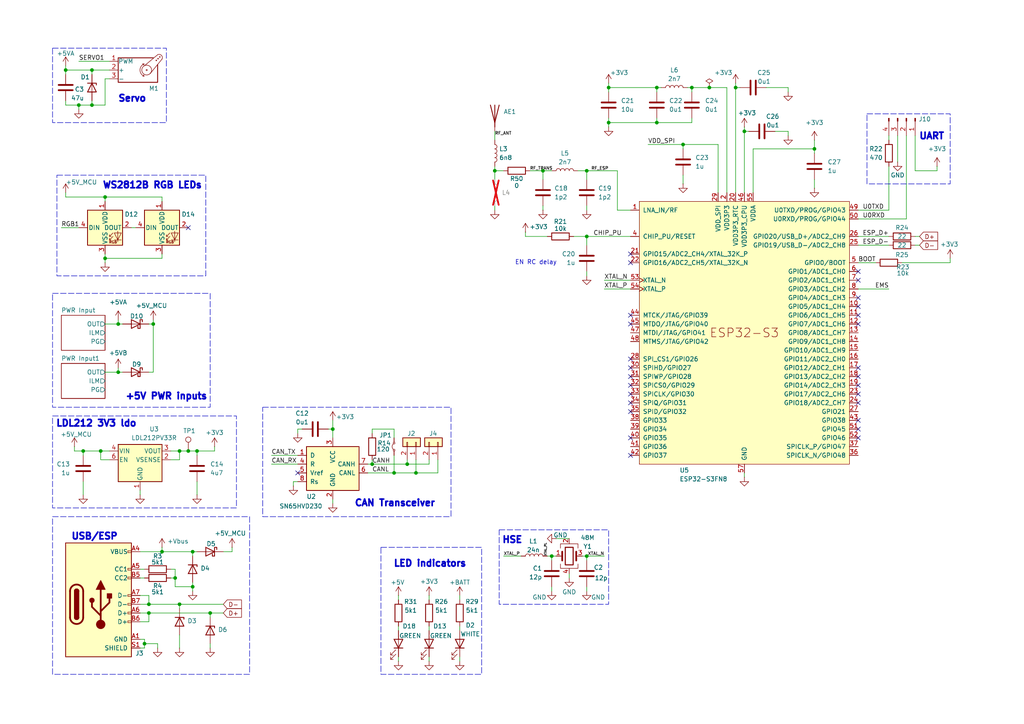
<source format=kicad_sch>
(kicad_sch (version 20250114) (generator "eeschema") (generator_version "9.0")
  (paper "A4")
  (rectangle (start 15.24 13.97) (end 48.26 35.56) (stroke (width 0) (type dash)))
  (rectangle (start 16.51 50.8) (end 59.69 80.01) (stroke (width 0) (type dash)))
  (rectangle (start 110.49 158.75) (end 139.7 195.58) (stroke (width 0) (type dash)))
  (rectangle (start 15.24 85.09) (end 60.96 118.11) (stroke (width 0) (type dash)))
  (rectangle (start 144.78 153.67) (end 176.53 175.26) (stroke (width 0) (type dash)))
  (rectangle (start 15.24 120.65) (end 68.58 147.32) (stroke (width 0) (type dash)))
  (rectangle (start 15.24 149.86) (end 72.39 195.58) (stroke (width 0) (type dash)))
  (rectangle (start 251.46 33.02) (end 275.59 53.34) (stroke (width 0) (type dash)))
  (rectangle (start 76.2 118.11) (end 130.81 149.86) (stroke (width 0) (type dash)))
  (text "WS2812B RGB LEDs" (at 44.196 53.848 0) (effects (font (size 1.905 1.905) (thickness 0.508) (bold yes))))
  (text "USB/ESP" (at 27.432 155.702 0) (effects (font (size 1.905 1.905) (thickness 0.508) (bold yes))))
  (text "CAN Transceiver" (at 114.554 146.05 0) (effects (font (size 1.905 1.905) (thickness 0.508) (bold yes))))
  (text "UART" (at 270.256 39.624 0) (effects (font (size 1.905 1.905) (thickness 0.508) (bold yes))))
  (text "LDL212 3V3 ldo" (at 27.94 122.936 0) (effects (font (size 1.905 1.905) (thickness 0.508) (bold yes))))
  (text "HSE" (at 148.59 156.718 0) (effects (font (size 1.905 1.905) (thickness 0.508) (bold yes))))
  (text "+5V PWR inputs" (at 48.26 115.062 0) (effects (font (size 1.905 1.905) (thickness 0.508) (bold yes))))
  (text "LED indicators" (at 124.714 163.576 0) (effects (font (size 1.905 1.905) (thickness 0.508) (bold yes))))
  (text "EN RC delay" (at 155.448 76.2 0) (effects (font (size 1.27 1.27))))
  (text "Servo" (at 38.354 28.702 0) (effects (font (size 1.905 1.905) (thickness 0.508) (bold yes))))
  (junction (at 26.67 20.32))
  (junction (at 190.5 25.4))
  (junction (at 190.5 35.56))
  (junction (at 118.11 134.62))
  (junction (at 120.65 137.16))
  (junction (at 143.51 49.53))
  (junction (at 160.02 161.29))
  (junction (at 44.45 93.98))
  (junction (at 26.67 30.48))
  (junction (at 57.15 130.81))
  (junction (at 96.52 124.46))
  (junction (at 107.95 134.62))
  (junction (at 114.3 137.16))
  (junction (at 198.12 41.91))
  (junction (at 170.18 161.29))
  (junction (at 46.99 160.02))
  (junction (at 19.05 20.32))
  (junction (at 22.86 30.48))
  (junction (at 200.66 25.4))
  (junction (at 43.18 177.8))
  (junction (at 52.07 130.81))
  (junction (at 60.96 177.8))
  (junction (at 176.53 25.4))
  (junction (at 236.22 43.18))
  (junction (at 54.61 130.81))
  (junction (at 170.18 49.53))
  (junction (at 52.07 175.26))
  (junction (at 34.29 93.98))
  (junction (at 30.48 74.93))
  (junction (at 55.88 170.18))
  (junction (at 213.36 25.4))
  (junction (at 29.21 130.81))
  (junction (at 41.91 186.69))
  (junction (at 34.29 107.95))
  (junction (at 205.74 25.4))
  (junction (at 55.88 160.02))
  (junction (at 157.48 49.53))
  (junction (at 24.13 130.81))
  (junction (at 50.8 167.64))
  (junction (at 30.48 57.15))
  (junction (at 170.18 68.58))
  (junction (at 43.18 175.26))
  (junction (at 215.9 38.1))
  (junction (at 176.53 35.56))
  (no_connect (at 182.88 109.22))
  (no_connect (at 248.92 86.36))
  (no_connect (at 248.92 111.76))
  (no_connect (at 248.92 91.44))
  (no_connect (at 248.92 116.84))
  (no_connect (at 182.88 114.3))
  (no_connect (at 248.92 81.28))
  (no_connect (at 182.88 119.38))
  (no_connect (at 182.88 111.76))
  (no_connect (at 54.61 66.04))
  (no_connect (at 248.92 78.74))
  (no_connect (at 248.92 121.92))
  (no_connect (at 248.92 127))
  (no_connect (at 182.88 132.08))
  (no_connect (at 248.92 124.46))
  (no_connect (at 182.88 104.14))
  (no_connect (at 248.92 88.9))
  (no_connect (at 248.92 109.22))
  (no_connect (at 248.92 114.3))
  (no_connect (at 182.88 106.68))
  (no_connect (at 182.88 93.98))
  (no_connect (at 182.88 76.2))
  (no_connect (at 182.88 91.44))
  (no_connect (at 182.88 127))
  (no_connect (at 182.88 116.84))
  (no_connect (at 182.88 73.66))
  (no_connect (at 248.92 93.98))
  (no_connect (at 86.36 137.16))
  (no_connect (at 248.92 106.68))
  (wire (pts (xy 133.35 172.72) (xy 133.35 173.99)))
  (wire (pts (xy 157.48 49.53) (xy 160.02 49.53)))
  (wire (pts (xy 133.35 182.88) (xy 133.35 181.61)))
  (wire (pts (xy 118.11 134.62) (xy 124.46 134.62)))
  (wire (pts (xy 50.8 170.18) (xy 55.88 170.18)))
  (wire (pts (xy 205.74 25.4) (xy 200.66 25.4)))
  (wire (pts (xy 96.52 124.46) (xy 96.52 127)))
  (wire (pts (xy 160.02 162.56) (xy 160.02 161.29)))
  (wire (pts (xy 124.46 182.88) (xy 124.46 181.61)))
  (wire (pts (xy 271.78 48.26) (xy 271.78 49.53)))
  (wire (pts (xy 22.86 17.78) (xy 31.75 17.78)))
  (wire (pts (xy 54.61 130.81) (xy 57.15 130.81)))
  (wire (pts (xy 31.75 130.81) (xy 29.21 130.81)))
  (wire (pts (xy 248.92 63.5) (xy 262.89 63.5)))
  (wire (pts (xy 124.46 172.72) (xy 124.46 173.99)))
  (wire (pts (xy 49.53 130.81) (xy 52.07 130.81)))
  (wire (pts (xy 41.91 167.64) (xy 40.64 167.64)))
  (wire (pts (xy 115.57 182.88) (xy 115.57 181.61)))
  (wire (pts (xy 38.1 66.04) (xy 39.37 66.04)))
  (wire (pts (xy 143.51 38.1) (xy 143.51 40.64)))
  (wire (pts (xy 170.18 71.12) (xy 170.18 68.58)))
  (wire (pts (xy 43.18 175.26) (xy 52.07 175.26)))
  (wire (pts (xy 114.3 137.16) (xy 114.3 132.08)))
  (wire (pts (xy 208.28 41.91) (xy 208.28 55.88)))
  (wire (pts (xy 43.18 172.72) (xy 43.18 175.26)))
  (wire (pts (xy 200.66 25.4) (xy 200.66 26.67)))
  (wire (pts (xy 167.64 49.53) (xy 170.18 49.53)))
  (wire (pts (xy 96.52 144.78) (xy 96.52 146.05)))
  (wire (pts (xy 87.63 124.46) (xy 86.36 124.46)))
  (wire (pts (xy 29.21 133.35) (xy 29.21 130.81)))
  (wire (pts (xy 199.39 25.4) (xy 200.66 25.4)))
  (wire (pts (xy 152.4 68.58) (xy 158.75 68.58)))
  (wire (pts (xy 257.81 40.64) (xy 257.81 39.37)))
  (wire (pts (xy 43.18 177.8) (xy 40.64 177.8)))
  (wire (pts (xy 262.89 39.37) (xy 262.89 63.5)))
  (wire (pts (xy 34.29 107.95) (xy 30.48 107.95)))
  (wire (pts (xy 215.9 55.88) (xy 215.9 38.1)))
  (wire (pts (xy 26.67 20.32) (xy 31.75 20.32)))
  (wire (pts (xy 30.48 74.93) (xy 30.48 76.2)))
  (wire (pts (xy 52.07 175.26) (xy 64.77 175.26)))
  (wire (pts (xy 248.92 68.58) (xy 257.81 68.58)))
  (wire (pts (xy 175.26 81.28) (xy 182.88 81.28)))
  (wire (pts (xy 143.51 49.53) (xy 143.51 52.07)))
  (wire (pts (xy 170.18 68.58) (xy 166.37 68.58)))
  (wire (pts (xy 52.07 130.81) (xy 54.61 130.81)))
  (wire (pts (xy 30.48 73.66) (xy 30.48 74.93)))
  (wire (pts (xy 41.91 185.42) (xy 41.91 186.69)))
  (wire (pts (xy 248.92 71.12) (xy 257.81 71.12)))
  (wire (pts (xy 57.15 130.81) (xy 57.15 132.08)))
  (wire (pts (xy 19.05 19.05) (xy 19.05 20.32)))
  (wire (pts (xy 200.66 35.56) (xy 190.5 35.56)))
  (wire (pts (xy 78.74 134.62) (xy 86.36 134.62)))
  (wire (pts (xy 45.72 186.69) (xy 45.72 187.96)))
  (wire (pts (xy 124.46 133.35) (xy 124.46 134.62)))
  (wire (pts (xy 200.66 34.29) (xy 200.66 35.56)))
  (wire (pts (xy 86.36 124.46) (xy 86.36 125.73)))
  (wire (pts (xy 170.18 170.18) (xy 170.18 171.45)))
  (wire (pts (xy 198.12 43.18) (xy 198.12 41.91)))
  (wire (pts (xy 62.23 129.54) (xy 62.23 130.81)))
  (wire (pts (xy 107.95 134.62) (xy 118.11 134.62)))
  (wire (pts (xy 41.91 186.69) (xy 41.91 187.96)))
  (wire (pts (xy 260.35 39.37) (xy 260.35 46.99)))
  (wire (pts (xy 265.43 71.12) (xy 266.7 71.12)))
  (wire (pts (xy 176.53 35.56) (xy 176.53 36.83)))
  (wire (pts (xy 46.99 158.75) (xy 46.99 160.02)))
  (wire (pts (xy 31.75 22.86) (xy 30.48 22.86)))
  (wire (pts (xy 143.51 49.53) (xy 143.51 48.26)))
  (wire (pts (xy 52.07 133.35) (xy 52.07 130.81)))
  (wire (pts (xy 50.8 165.1) (xy 50.8 167.64)))
  (wire (pts (xy 50.8 165.1) (xy 49.53 165.1)))
  (wire (pts (xy 170.18 162.56) (xy 170.18 161.29)))
  (wire (pts (xy 176.53 35.56) (xy 176.53 34.29)))
  (wire (pts (xy 187.96 41.91) (xy 198.12 41.91)))
  (wire (pts (xy 236.22 43.18) (xy 236.22 44.45)))
  (wire (pts (xy 44.45 107.95) (xy 44.45 93.98)))
  (wire (pts (xy 57.15 130.81) (xy 62.23 130.81)))
  (wire (pts (xy 248.92 83.82) (xy 257.81 83.82)))
  (wire (pts (xy 107.95 133.35) (xy 107.95 134.62)))
  (wire (pts (xy 40.64 142.24) (xy 40.64 143.51)))
  (wire (pts (xy 35.56 93.98) (xy 34.29 93.98)))
  (wire (pts (xy 34.29 92.71) (xy 34.29 93.98)))
  (wire (pts (xy 124.46 191.77) (xy 124.46 190.5)))
  (wire (pts (xy 43.18 180.34) (xy 43.18 177.8)))
  (wire (pts (xy 236.22 52.07) (xy 236.22 54.61)))
  (wire (pts (xy 248.92 76.2) (xy 254 76.2)))
  (wire (pts (xy 26.67 20.32) (xy 26.67 21.59)))
  (wire (pts (xy 153.67 49.53) (xy 157.48 49.53)))
  (wire (pts (xy 60.96 177.8) (xy 64.77 177.8)))
  (wire (pts (xy 179.07 49.53) (xy 179.07 60.96)))
  (wire (pts (xy 157.48 52.07) (xy 157.48 49.53)))
  (wire (pts (xy 50.8 167.64) (xy 49.53 167.64)))
  (wire (pts (xy 60.96 177.8) (xy 60.96 179.07)))
  (wire (pts (xy 19.05 20.32) (xy 26.67 20.32)))
  (wire (pts (xy 175.26 83.82) (xy 182.88 83.82)))
  (wire (pts (xy 170.18 68.58) (xy 182.88 68.58)))
  (wire (pts (xy 95.25 124.46) (xy 96.52 124.46)))
  (wire (pts (xy 170.18 49.53) (xy 179.07 49.53)))
  (wire (pts (xy 210.82 25.4) (xy 205.74 25.4)))
  (wire (pts (xy 157.48 59.69) (xy 157.48 60.96)))
  (wire (pts (xy 19.05 55.88) (xy 19.05 57.15)))
  (wire (pts (xy 106.68 134.62) (xy 107.95 134.62)))
  (wire (pts (xy 120.65 133.35) (xy 120.65 137.16)))
  (wire (pts (xy 67.31 158.75) (xy 67.31 160.02)))
  (wire (pts (xy 17.78 66.04) (xy 22.86 66.04)))
  (wire (pts (xy 265.43 49.53) (xy 265.43 39.37)))
  (wire (pts (xy 24.13 130.81) (xy 24.13 132.08)))
  (wire (pts (xy 34.29 93.98) (xy 30.48 93.98)))
  (wire (pts (xy 57.15 139.7) (xy 57.15 143.51)))
  (wire (pts (xy 57.15 160.02) (xy 55.88 160.02)))
  (wire (pts (xy 152.4 67.31) (xy 152.4 68.58)))
  (wire (pts (xy 215.9 38.1) (xy 217.17 38.1)))
  (wire (pts (xy 114.3 137.16) (xy 120.65 137.16)))
  (wire (pts (xy 22.86 31.75) (xy 22.86 30.48)))
  (wire (pts (xy 265.43 68.58) (xy 266.7 68.58)))
  (wire (pts (xy 85.09 139.7) (xy 85.09 140.97)))
  (wire (pts (xy 120.65 137.16) (xy 127 137.16)))
  (wire (pts (xy 261.62 76.2) (xy 275.59 76.2)))
  (wire (pts (xy 170.18 52.07) (xy 170.18 49.53)))
  (wire (pts (xy 30.48 30.48) (xy 26.67 30.48)))
  (wire (pts (xy 176.53 24.13) (xy 176.53 25.4)))
  (wire (pts (xy 96.52 121.92) (xy 96.52 124.46)))
  (wire (pts (xy 55.88 160.02) (xy 55.88 161.29)))
  (wire (pts (xy 228.6 25.4) (xy 228.6 26.67)))
  (wire (pts (xy 213.36 25.4) (xy 213.36 55.88)))
  (wire (pts (xy 55.88 171.45) (xy 55.88 170.18)))
  (wire (pts (xy 198.12 50.8) (xy 198.12 53.34)))
  (wire (pts (xy 30.48 57.15) (xy 30.48 58.42)))
  (wire (pts (xy 43.18 107.95) (xy 44.45 107.95)))
  (wire (pts (xy 78.74 132.08) (xy 86.36 132.08)))
  (wire (pts (xy 213.36 24.13) (xy 213.36 25.4)))
  (wire (pts (xy 106.68 137.16) (xy 114.3 137.16)))
  (wire (pts (xy 236.22 40.64) (xy 236.22 43.18)))
  (wire (pts (xy 222.25 25.4) (xy 228.6 25.4)))
  (wire (pts (xy 143.51 49.53) (xy 146.05 49.53)))
  (wire (pts (xy 165.1 166.37) (xy 165.1 167.64)))
  (wire (pts (xy 271.78 49.53) (xy 265.43 49.53)))
  (wire (pts (xy 43.18 177.8) (xy 60.96 177.8)))
  (wire (pts (xy 41.91 186.69) (xy 45.72 186.69)))
  (wire (pts (xy 24.13 139.7) (xy 24.13 143.51)))
  (wire (pts (xy 161.29 156.21) (xy 165.1 156.21)))
  (wire (pts (xy 40.64 180.34) (xy 43.18 180.34)))
  (wire (pts (xy 257.81 48.26) (xy 257.81 60.96)))
  (wire (pts (xy 210.82 55.88) (xy 210.82 25.4)))
  (wire (pts (xy 218.44 43.18) (xy 236.22 43.18)))
  (wire (pts (xy 160.02 161.29) (xy 161.29 161.29)))
  (wire (pts (xy 215.9 36.83) (xy 215.9 38.1)))
  (wire (pts (xy 248.92 60.96) (xy 257.81 60.96)))
  (wire (pts (xy 143.51 59.69) (xy 143.51 60.96)))
  (wire (pts (xy 179.07 60.96) (xy 182.88 60.96)))
  (wire (pts (xy 176.53 25.4) (xy 190.5 25.4)))
  (wire (pts (xy 218.44 43.18) (xy 218.44 55.88)))
  (wire (pts (xy 224.79 38.1) (xy 228.6 38.1)))
  (wire (pts (xy 190.5 25.4) (xy 190.5 26.67)))
  (wire (pts (xy 46.99 160.02) (xy 55.88 160.02)))
  (wire (pts (xy 29.21 130.81) (xy 24.13 130.81)))
  (wire (pts (xy 115.57 172.72) (xy 115.57 173.99)))
  (wire (pts (xy 44.45 93.98) (xy 43.18 93.98)))
  (wire (pts (xy 41.91 165.1) (xy 40.64 165.1)))
  (wire (pts (xy 190.5 25.4) (xy 191.77 25.4)))
  (wire (pts (xy 55.88 168.91) (xy 55.88 170.18)))
  (wire (pts (xy 46.99 57.15) (xy 46.99 58.42)))
  (wire (pts (xy 160.02 171.45) (xy 160.02 170.18)))
  (wire (pts (xy 170.18 161.29) (xy 175.26 161.29)))
  (wire (pts (xy 30.48 74.93) (xy 46.99 74.93)))
  (wire (pts (xy 21.59 129.54) (xy 21.59 130.81)))
  (wire (pts (xy 158.75 161.29) (xy 160.02 161.29)))
  (wire (pts (xy 114.3 124.46) (xy 107.95 124.46)))
  (wire (pts (xy 176.53 25.4) (xy 176.53 26.67)))
  (wire (pts (xy 215.9 137.16) (xy 215.9 138.43)))
  (wire (pts (xy 30.48 57.15) (xy 46.99 57.15)))
  (wire (pts (xy 41.91 185.42) (xy 40.64 185.42)))
  (wire (pts (xy 115.57 191.77) (xy 115.57 190.5)))
  (wire (pts (xy 275.59 74.93) (xy 275.59 76.2)))
  (wire (pts (xy 26.67 29.21) (xy 26.67 30.48)))
  (wire (pts (xy 114.3 127) (xy 114.3 124.46)))
  (wire (pts (xy 146.05 161.29) (xy 151.13 161.29)))
  (wire (pts (xy 30.48 22.86) (xy 30.48 30.48)))
  (wire (pts (xy 228.6 39.37) (xy 228.6 38.1)))
  (wire (pts (xy 176.53 35.56) (xy 190.5 35.56)))
  (wire (pts (xy 198.12 41.91) (xy 208.28 41.91)))
  (wire (pts (xy 41.91 187.96) (xy 40.64 187.96)))
  (wire (pts (xy 44.45 92.71) (xy 44.45 93.98)))
  (wire (pts (xy 85.09 139.7) (xy 86.36 139.7)))
  (wire (pts (xy 40.64 172.72) (xy 43.18 172.72)))
  (wire (pts (xy 19.05 20.32) (xy 19.05 21.59)))
  (wire (pts (xy 52.07 175.26) (xy 52.07 176.53)))
  (wire (pts (xy 127 137.16) (xy 127 133.35)))
  (wire (pts (xy 40.64 160.02) (xy 46.99 160.02)))
  (wire (pts (xy 46.99 73.66) (xy 46.99 74.93)))
  (wire (pts (xy 60.96 187.96) (xy 60.96 186.69)))
  (wire (pts (xy 67.31 160.02) (xy 64.77 160.02)))
  (wire (pts (xy 43.18 175.26) (xy 40.64 175.26)))
  (wire (pts (xy 21.59 130.81) (xy 24.13 130.81)))
  (wire (pts (xy 170.18 78.74) (xy 170.18 80.01)))
  (wire (pts (xy 19.05 57.15) (xy 30.48 57.15)))
  (wire (pts (xy 213.36 25.4) (xy 214.63 25.4)))
  (wire (pts (xy 35.56 107.95) (xy 34.29 107.95)))
  (wire (pts (xy 107.95 124.46) (xy 107.95 125.73)))
  (wire (pts (xy 118.11 133.35) (xy 118.11 134.62)))
  (wire (pts (xy 49.53 133.35) (xy 52.07 133.35)))
  (wire (pts (xy 34.29 106.68) (xy 34.29 107.95)))
  (wire (pts (xy 170.18 59.69) (xy 170.18 60.96)))
  (wire (pts (xy 19.05 30.48) (xy 19.05 29.21)))
  (wire (pts (xy 52.07 184.15) (xy 52.07 187.96)))
  (wire (pts (xy 170.18 161.29) (xy 168.91 161.29)))
  (wire (pts (xy 31.75 133.35) (xy 29.21 133.35)))
  (wire (pts (xy 133.35 191.77) (xy 133.35 190.5)))
  (wire (pts (xy 19.05 30.48) (xy 22.86 30.48)))
  (wire (pts (xy 22.86 30.48) (xy 26.67 30.48)))
  (wire (pts (xy 190.5 34.29) (xy 190.5 35.56)))
  (wire (pts (xy 50.8 170.18) (xy 50.8 167.64)))
  (label "ESP_D-" (at 257.81 71.12 180))
  (label "SERVO1" (at 22.86 17.78 0))
  (label "CANL" (at 107.95 137.16 0))
  (label "VDD_SPI" (at 187.96 41.91 0))
  (label "RF_TRANS" (at 153.67 49.53 0) (effects (font (size 0.889 0.889))))
  (label "CHIP_PU" (at 180.34 68.58 180))
  (label "CAN_RX" (at 78.74 134.62 0))
  (label "XTAL_PL" (at 158.75 161.29 90) (effects (font (size 0.635 0.635))))
  (label "RF_ESP" (at 171.45 49.53 0) (effects (font (size 0.889 0.889))))
  (label "BOOT" (at 248.92 76.2 0))
  (label "RF_ANT" (at 143.51 39.37 0) (effects (font (size 0.889 0.889))))
  (label "U0RXD" (at 250.19 63.5 0))
  (label "EMS" (at 257.81 83.82 180))
  (label "ESP_D+" (at 257.81 68.58 180))
  (label "U0TXD" (at 250.19 60.96 0))
  (label "XTAL_P" (at 146.05 161.29 0) (effects (font (size 0.889 0.889))))
  (label "XTAL_N" (at 175.26 161.29 180) (effects (font (size 0.889 0.889))))
  (label "XTAL_N" (at 175.26 81.28 0))
  (label "RGB1" (at 17.78 66.04 0))
  (label "CAN_TX" (at 78.74 132.08 0))
  (label "XTAL_P" (at 175.26 83.82 0))
  (label "CANH" (at 107.95 134.62 0))
  (global_label "D-" (shape input) (at 266.7 71.12 0) (property "Intersheetrefs" "${INTERSHEET_REFS}" (effects (hide yes))))
  (global_label "D+" (shape input) (at 64.77 177.8 0) (property "Intersheetrefs" "${INTERSHEET_REFS}" (effects (hide yes))))
  (global_label "D-" (shape input) (at 64.77 175.26 0) (property "Intersheetrefs" "${INTERSHEET_REFS}" (effects (hide yes))))
  (global_label "D+" (shape input) (at 266.7 68.58 0) (property "Intersheetrefs" "${INTERSHEET_REFS}" (effects (hide yes))))
  (symbol (lib_id "Connector:USB_C_Receptacle_USB2.0_14P") (at 27.94 175.26 0) (unit 1)
    (property "Reference" "J3" (at 41.656 189.484 0) (effects (justify right)))
    (property "Value" "USB_C_Receptacle_USB2.0_14P" (effects (hide yes)))
    (property "Footprint" "Connector_USB:USB_C_Receptacle_HRO_TYPE-C-31-M-12" (effects (hide yes)))
    (property "Datasheet" "https://www.usb.org/sites/default/files/documents/usb_type-c.zip" (effects (hide yes)))
    (property "Description" "USB 2.0-only 14P Type-C Receptacle connector" (effects (hide yes)))
    (property "Manufacturer" "Shou HAN" (effects (hide yes)))
    (property "Manufacturer Part Number" "TYPE-C16PIN" (effects (hide yes)))
    (property "Basic" "X" (effects (hide yes)))
    (property "JLCPCB Part #" "C393939" (effects (hide yes)))
  )
  (symbol (lib_id "power:GND") (at 45.72 187.96 0) (mirror y) (unit 1)
    (property "Reference" "#PWR09" (effects (hide yes)))
    (property "Value" "GND" (effects (hide yes)))
    (property "Description" "Power symbol creates a global label with name \"GND\" , ground" (effects (hide yes)))
  )
  (symbol (lib_id "Device:D_Schottky") (at 39.37 107.95 0) (mirror y) (unit 1)
    (property "Reference" "D9" (at 39.624 105.664 0))
    (property "Value" "D_Schottky" (effects (hide yes)))
    (property "Footprint" "Diode_SMD:D_SMA" (effects (hide yes)))
    (property "Description" "Schottky diode" (effects (hide yes)))
    (property "Manufacturer" "Microdiode Semiconductor (MDD)" (effects (hide yes)))
    (property "Manufacturer Part Number" "SS54" (effects (hide yes)))
    (property "Basic" "Y" (effects (hide yes)))
    (property "JLCPCB Part #" "C22452" (effects (hide yes)))
  )
  (symbol (lib_id "Device:R") (at 45.72 167.64 270) (mirror x) (unit 1)
    (property "Reference" "R4" (at 45.72 169.926 90))
    (property "Value" "5k1" (at 45.72 171.704 90))
    (property "Footprint" "Resistor_SMD:R_0402_1005Metric" (effects (hide yes)))
    (property "Description" "Resistor" (effects (hide yes)))
    (property "Manufacturer" "Uniroyal Elec" (effects (hide yes)))
    (property "Manufacturer Part Number" "0402WGF5101TCE" (effects (hide yes)))
    (property "Basic" "Y" (effects (hide yes)))
    (property "JLCPCB Part #" "C25905" (effects (hide yes)))
  )
  (symbol (lib_id "Device:R") (at 124.46 177.8 0) (mirror y) (unit 1)
    (property "Reference" "R26" (at 128.016 174.498 0))
    (property "Value" "5k1" (at 128.016 177.038 0))
    (property "Footprint" "Resistor_SMD:R_0402_1005Metric" (effects (hide yes)))
    (property "Description" "Resistor" (effects (hide yes)))
    (property "Manufacturer" "Uniroyal Elec" (effects (hide yes)))
    (property "Manufacturer Part Number" "0402WGF5101TCE" (effects (hide yes)))
    (property "Basic" "Y" (effects (hide yes)))
    (property "JLCPCB Part #" "C25905" (effects (hide yes)))
  )
  (symbol (lib_id "power:GND") (at 215.9 138.43 0) (unit 1)
    (property "Reference" "#PWR060" (effects (hide yes)))
    (property "Value" "GND" (effects (hide yes)))
    (property "Description" "Power symbol creates a global label with name \"GND\" , ground" (effects (hide yes)))
  )
  (symbol (lib_id "power:GND") (at 170.18 171.45 0) (unit 1)
    (property "Reference" "#PWR08" (effects (hide yes)))
    (property "Value" "GND" (at 173.482 173.228 0))
    (property "Description" "Power symbol creates a global label with name \"GND\" , ground" (effects (hide yes)))
  )
  (symbol (lib_id "Device:C") (at 170.18 55.88 0) (mirror y) (unit 1)
    (property "Reference" "C19" (at 173.482 54.61 0) (effects (justify right)))
    (property "Value" "1p2" (at 173.482 57.15 0) (effects (justify right)))
    (property "Footprint" "Capacitor_SMD:C_0402_1005Metric" (effects (hide yes)))
    (property "Description" "Unpolarized capacitor" (effects (hide yes)))
    (property "Manufacturer" "Murata" (effects (hide yes)))
    (property "Manufacturer Part Number" "GJM1555C1H1R2WB01D" (effects (hide yes)))
    (property "Basic" "X" (effects (hide yes)))
    (property "JLCPCB Part #" "C76899" (effects (hide yes)))
  )
  (symbol (lib_id "Device:R") (at 107.95 129.54 0) (mirror x) (unit 1)
    (property "Reference" "R14" (at 109.474 128.524 0) (effects (justify left)))
    (property "Value" "120" (at 109.22 130.302 0) (effects (justify left)))
    (property "Footprint" "Resistor_SMD:R_1206_3216Metric" (effects (hide yes)))
    (property "Description" "Resistor" (effects (hide yes)))
    (property "Basic" "Y" (effects (hide yes)))
    (property "JLCPCB Part #" "C17909" (effects (hide yes)))
    (property "Manufacturer" "Uniroyal Elec" (effects (hide yes)))
    (property "Manufacturer Part Number" "1206W4F1200T5E" (effects (hide yes)))
  )
  (symbol (lib_id "Device:C") (at 91.44 124.46 270) (mirror x) (unit 1)
    (property "Reference" "C12" (at 87.63 119.888 90))
    (property "Value" "0u1" (at 87.63 122.428 90))
    (property "Footprint" "Capacitor_SMD:C_0402_1005Metric" (effects (hide yes)))
    (property "Description" "Unpolarized capacitor" (effects (hide yes)))
    (property "Basic" "Y" (effects (hide yes)))
    (property "JLCPCB Part #" "C307331" (effects (hide yes)))
    (property "Manufacturer" "Samsung Electro-Mechanics " (effects (hide yes)))
    (property "Manufacturer Part Number" "CL05B104KB54PNC" (effects (hide yes)))
  )
  (symbol (lib_id "power:+3V3") (at 152.4 67.31 0) (unit 1)
    (property "Reference" "#PWR046" (effects (hide yes)))
    (property "Value" "+3V3" (at 156.21 65.786 0))
    (property "Description" "Power symbol creates a global label with name \"+3V3\"" (effects (hide yes)))
  )
  (symbol (lib_id "Jumper:Jumper_2_Small_Bridged") (at 114.3 129.54 90) (unit 1) (in_bom no)
    (property "Reference" "JP1" (at 109.982 126.238 90) (effects (justify right)))
    (property "Value" "Jumper_2_Small_Bridged" (effects (hide yes)))
    (property "Footprint" "Jumper:SolderJumper-2_P1.3mm_Open_RoundedPad1.0x1.5mm" (effects (hide yes)))
    (property "Description" "Jumper, 2-pole, small symbol, bridged" (effects (hide yes)))
  )
  (symbol (lib_id "Device:LED") (at 115.57 186.69 270) (mirror x) (unit 1)
    (property "Reference" "D18" (at 120.65 181.61 90) (effects (justify right)))
    (property "Value" "GREEN" (at 122.174 184.404 90) (effects (justify right)))
    (property "Footprint" "LED_SMD:LED_0805_2012Metric" (effects (hide yes)))
    (property "Description" "Light emitting diode" (effects (hide yes)))
    (property "Sim.Pins" "1=K 2=A" (effects (hide yes)))
    (property "Manufacturer" "Hubei KENTO Elec " (effects (hide yes)))
    (property "Manufacturer Part Number" "KT-0805G" (effects (hide yes)))
    (property "Basic" "Y" (effects (hide yes)))
    (property "JLCPCB Part #" "C2297" (effects (hide yes)))
  )
  (symbol (lib_id "power:+5V") (at 67.31 158.75 0) (mirror y) (unit 1)
    (property "Reference" "#PWR021" (effects (hide yes)))
    (property "Value" "+5V_MCU" (at 66.802 154.686 0))
    (property "Description" "Power symbol creates a global label with name \"+5V\"" (effects (hide yes)))
  )
  (symbol (lib_id "power:+3V3") (at 62.23 129.54 0) (unit 1)
    (property "Reference" "#PWR037" (effects (hide yes)))
    (property "Value" "+3V3" (at 62.23 125.476 0))
    (property "Description" "Power symbol creates a global label with name \"+3V3\"" (effects (hide yes)))
  )
  (symbol (lib_id "Device:R") (at 261.62 71.12 90) (mirror x) (unit 1)
    (property "Reference" "R25" (at 261.62 73.914 90))
    (property "Value" "22" (at 261.62 71.12 90))
    (property "Footprint" "Resistor_SMD:R_0402_1005Metric" (effects (hide yes)))
    (property "Description" "Resistor" (effects (hide yes)))
    (property "Basic" "Y" (effects (hide yes)))
    (property "JLCPCB Part #" "C25092" (effects (hide yes)))
    (property "Manufacturer" "Uniroyal Elec" (effects (hide yes)))
    (property "Manufacturer Part Number" "0402WGF220JTCE" (effects (hide yes)))
  )
  (symbol (lib_id "GLCS:H5VU10U") (at 60.96 182.88 270) (unit 1)
    (property "Reference" "D6" (at 63.246 182.626 90) (effects (justify left)))
    (property "Value" "H5VU10U" (effects (hide yes)))
    (property "Footprint" "GLCS:Diode_DFN1006" (effects (hide yes)))
    (property "Datasheet" "https://datasheet.lcsc.com/lcsc/2504101957_hongjiacheng-H5VU10U_C22395519.pdf" (effects (hide yes)))
    (property "Description" "-55℃~+155℃ 0.8pF 16V 200nA 55W@8/20us 5A@8/20us 5V 6V ESD IEC 61000-4-2 Unidirectional DFN1006-2L ESD and Surge Protection (TVS/ESD) ROHS" (effects (hide yes)))
    (property "Basic" "E" (effects (hide yes)))
    (property "JLCPCB Part #" "C22395519" (effects (hide yes)))
    (property "Manufacturer" "hongjiacheng" (effects (hide yes)))
    (property "Manufacturer Part Number" "H5VU10U" (effects (hide yes)))
  )
  (symbol (lib_id "Device:L") (at 143.51 44.45 0) (unit 1)
    (property "Reference" "L3" (at 144.78 43.1799 0) (effects (justify left)))
    (property "Value" "6n8" (at 144.78 45.7199 0) (effects (justify left)))
    (property "Footprint" "Inductor_SMD:L_0402_1005Metric" (effects (hide yes)))
    (property "Description" "Inductor" (effects (hide yes)))
    (property "Basic" "X" (effects (hide yes)))
    (property "JLCPCB Part #" "C77110" (effects (hide yes)))
    (property "Manufacturer" "Murata" (effects (hide yes)))
    (property "Manufacturer Part Number" "LQG15HS6N8J02D" (effects (hide yes)))
  )
  (symbol (lib_id "GLCS:H5VU10U") (at 52.07 180.34 270) (unit 1)
    (property "Reference" "D3" (at 54.356 180.086 90) (effects (justify left)))
    (property "Value" "H5VU10U" (effects (hide yes)))
    (property "Footprint" "GLCS:Diode_DFN1006" (effects (hide yes)))
    (property "Datasheet" "https://datasheet.lcsc.com/lcsc/2504101957_hongjiacheng-H5VU10U_C22395519.pdf" (effects (hide yes)))
    (property "Description" "-55℃~+155℃ 0.8pF 16V 200nA 55W@8/20us 5A@8/20us 5V 6V ESD IEC 61000-4-2 Unidirectional DFN1006-2L ESD and Surge Protection (TVS/ESD) ROHS" (effects (hide yes)))
    (property "Basic" "E" (effects (hide yes)))
    (property "JLCPCB Part #" "C22395519" (effects (hide yes)))
    (property "Manufacturer" "hongjiacheng" (effects (hide yes)))
    (property "Manufacturer Part Number" "H5VU10U" (effects (hide yes)))
  )
  (symbol (lib_id "Device:C") (at 24.13 135.89 0) (mirror y) (unit 1)
    (property "Reference" "C13" (at 20.32 134.6199 0) (effects (justify left)))
    (property "Value" "1u" (at 20.32 137.1599 0) (effects (justify left)))
    (property "Footprint" "Capacitor_SMD:C_0402_1005Metric" (effects (hide yes)))
    (property "Description" "Unpolarized capacitor" (effects (hide yes)))
    (property "Basic" "Y" (effects (hide yes)))
    (property "JLCPCB Part #" "C52923" (effects (hide yes)))
    (property "Manufacturer" "Samsung Electro-Mechanics " (effects (hide yes)))
    (property "Manufacturer Part Number" "CL05A105KA5NQNC" (effects (hide yes)))
  )
  (symbol (lib_id "Connector:Conn_01x04_Pin") (at 262.89 34.29 270) (unit 1) (in_bom no)
    (property "Reference" "J10" (at 268.224 34.544 90))
    (property "Value" "Conn_01x04_Pin" (effects (hide yes)))
    (property "Footprint" "Connector_PinHeader_2.54mm:PinHeader_1x04_P2.54mm_Vertical" (effects (hide yes)))
    (property "Description" "Generic connector, single row, 01x04, script generated" (effects (hide yes)))
  )
  (symbol (lib_id "power:+5VA") (at 34.29 106.68 0) (unit 1)
    (property "Reference" "#PWR035" (effects (hide yes)))
    (property "Value" "+5VB" (at 34.29 102.362 0))
    (property "Description" "Power symbol creates a global label with name \"+5VA\"" (effects (hide yes)))
  )
  (symbol (lib_id "Device:C") (at 170.18 166.37 0) (unit 1)
    (property "Reference" "C2" (at 172.212 164.592 0) (effects (justify left)))
    (property "Value" "12p" (at 172.466 167.64 0) (effects (justify left)))
    (property "Footprint" "Capacitor_SMD:C_0402_1005Metric" (effects (hide yes)))
    (property "Description" "Unpolarized capacitor" (effects (hide yes)))
    (property "Manufacturer" "Guangdong Fenghua Advanced Tech (FH)" (effects (hide yes)))
    (property "Manufacturer Part Number" "0402CG120J500NT" (effects (hide yes)))
    (property "Basic" "Y" (effects (hide yes)))
    (property "JLCPCB Part #" "C1547" (effects (hide yes)))
  )
  (symbol (lib_id "power:GND") (at 86.36 125.73 0) (unit 1)
    (property "Reference" "#PWR044" (effects (hide yes)))
    (property "Value" "GND" (effects (hide yes)))
    (property "Description" "Power symbol creates a global label with name \"GND\" , ground" (effects (hide yes)))
  )
  (symbol (lib_id "Connector_Generic:Conn_01x02") (at 120.65 128.27 270) (mirror x) (unit 1)
    (property "Reference" "J2" (at 118.11 125.73 90) (effects (justify left)))
    (property "Value" "Conn_01x02" (effects (hide yes)))
    (property "Footprint" "Connector_JST:JST_XH_B2B-XH-A_1x02_P2.50mm_Vertical" (effects (hide yes)))
    (property "Description" "Generic connector, single row, 01x02, script generated (kicad-library-utils/schlib/autogen/connector/)" (effects (hide yes)))
    (property "Basic" "Z" (effects (hide yes)))
    (property "JLCPCB Part #" "C158012" (effects (hide yes)))
    (property "Manufacturer" "JST" (effects (hide yes)))
    (property "Manufacturer Part Number" "B2B-XH-A(LF)(SN)" (effects (hide yes)))
  )
  (symbol (lib_id "LED:WS2812B") (at 46.99 66.04 0) (unit 1)
    (property "Reference" "D14" (at 54.61 62.1598 0))
    (property "Value" "WS2812B" (effects (hide yes)))
    (property "Footprint" "LED_SMD:LED_WS2812B_PLCC4_5.0x5.0mm_P3.2mm" (effects (hide yes)))
    (property "Datasheet" "https://cdn-shop.adafruit.com/datasheets/WS2812B.pdf" (effects (hide yes)))
    (property "Description" "RGB LED with integrated controller" (effects (hide yes)))
    (property "Basic" "Z" (effects (hide yes)))
    (property "JLCPCB Part #" "C2874885" (effects (hide yes)))
    (property "Manufacturer" "Worldsemi" (effects (hide yes)))
    (property "Manufacturer Part Number" "WS2812B-V5/W" (effects (hide yes)))
  )
  (symbol (lib_id "LED:WS2812B") (at 30.48 66.04 0) (unit 1)
    (property "Reference" "D12" (at 38.1 62.1598 0))
    (property "Value" "WS2812B" (effects (hide yes)))
    (property "Footprint" "LED_SMD:LED_WS2812B_PLCC4_5.0x5.0mm_P3.2mm" (effects (hide yes)))
    (property "Datasheet" "https://cdn-shop.adafruit.com/datasheets/WS2812B.pdf" (effects (hide yes)))
    (property "Description" "RGB LED with integrated controller" (effects (hide yes)))
    (property "Basic" "Z" (effects (hide yes)))
    (property "JLCPCB Part #" "C2874885" (effects (hide yes)))
    (property "Manufacturer" "Worldsemi" (effects (hide yes)))
    (property "Manufacturer Part Number" "WS2812B-V5/W" (effects (hide yes)))
  )
  (symbol (lib_id "Device:LED") (at 133.35 186.69 270) (mirror x) (unit 1)
    (property "Reference" "D2" (at 136.398 181.356 90))
    (property "Value" "WHITE" (at 136.398 183.896 90))
    (property "Footprint" "LED_SMD:LED_0603_1608Metric" (effects (hide yes)))
    (property "Description" "Light emitting diode" (effects (hide yes)))
    (property "Sim.Pins" "1=K 2=A" (effects (hide yes)))
    (property "Manufacturer" "Hubei KENTO Elec " (effects (hide yes)))
    (property "Manufacturer Part Number" "KT-0603W" (effects (hide yes)))
    (property "Basic" "Y" (effects (hide yes)))
    (property "JLCPCB Part #" "C2290" (effects (hide yes)))
  )
  (symbol (lib_id "power:GND") (at 60.96 187.96 0) (mirror y) (unit 1)
    (property "Reference" "#PWR017" (effects (hide yes)))
    (property "Value" "GND" (effects (hide yes)))
    (property "Description" "Power symbol creates a global label with name \"GND\" , ground" (effects (hide yes)))
  )
  (symbol (lib_id "power:PWR_FLAG") (at 205.74 25.4 0) (unit 1)
    (property "Reference" "#FLG06" (effects (hide yes)))
    (property "Value" "PWR_FLAG" (effects (hide yes)))
    (property "Description" "Special symbol for telling ERC where power comes from" (effects (hide yes)))
  )
  (symbol (lib_id "Connector:TestPoint") (at 54.61 130.81 0) (unit 1) (in_bom no)
    (property "Reference" "TP1" (at 53.086 124.968 0) (effects (justify left)))
    (property "Value" "TestPoint" (effects (hide yes)))
    (property "Footprint" "TestPoint:TestPoint_Pad_D2.0mm" (effects (hide yes)))
    (property "Description" "test point" (effects (hide yes)))
  )
  (symbol (lib_id "Device:C") (at 200.66 30.48 0) (unit 1)
    (property "Reference" "C24" (at 204.47 29.2099 0) (effects (justify left)))
    (property "Value" "0u1" (at 204.47 31.7499 0) (effects (justify left)))
    (property "Footprint" "Capacitor_SMD:C_0402_1005Metric" (effects (hide yes)))
    (property "Description" "Unpolarized capacitor" (effects (hide yes)))
    (property "Manufacturer" "Samsung Electro-Mechanics " (effects (hide yes)))
    (property "Manufacturer Part Number" "CL05B104KB54PNC" (effects (hide yes)))
    (property "Basic" "Y" (effects (hide yes)))
    (property "JLCPCB Part #" "C307331" (effects (hide yes)))
  )
  (symbol (lib_id "Device:R") (at 261.62 68.58 90) (unit 1)
    (property "Reference" "R24" (at 261.62 66.04 90))
    (property "Value" "22" (at 261.62 68.58 90))
    (property "Footprint" "Resistor_SMD:R_0402_1005Metric" (effects (hide yes)))
    (property "Description" "Resistor" (effects (hide yes)))
    (property "Basic" "Y" (effects (hide yes)))
    (property "JLCPCB Part #" "C25092" (effects (hide yes)))
    (property "Manufacturer" "Uniroyal Elec" (effects (hide yes)))
    (property "Manufacturer Part Number" "0402WGF220JTCE" (effects (hide yes)))
  )
  (symbol (lib_id "Device:R") (at 45.72 165.1 270) (mirror x) (unit 1)
    (property "Reference" "R3" (at 45.72 161.29 90))
    (property "Value" "5k1" (at 45.72 163.068 90))
    (property "Footprint" "Resistor_SMD:R_0402_1005Metric" (effects (hide yes)))
    (property "Description" "Resistor" (effects (hide yes)))
    (property "Manufacturer" "Uniroyal Elec" (effects (hide yes)))
    (property "Manufacturer Part Number" "0402WGF5101TCE" (effects (hide yes)))
    (property "Basic" "Y" (effects (hide yes)))
    (property "JLCPCB Part #" "C25905" (effects (hide yes)))
  )
  (symbol (lib_id "power:GND") (at 160.02 171.45 0) (unit 1)
    (property "Reference" "#PWR02" (effects (hide yes)))
    (property "Value" "GND" (at 156.464 173.228 0))
    (property "Description" "Power symbol creates a global label with name \"GND\" , ground" (effects (hide yes)))
  )
  (symbol (lib_id "Device:R") (at 162.56 68.58 90) (unit 1)
    (property "Reference" "R21" (at 162.56 64.262 90))
    (property "Value" "10k" (at 162.56 66.294 90))
    (property "Footprint" "Resistor_SMD:R_0402_1005Metric" (effects (hide yes)))
    (property "Description" "Resistor" (effects (hide yes)))
    (property "Basic" "Y" (effects (hide yes)))
    (property "JLCPCB Part #" "C25744" (effects (hide yes)))
    (property "Manufacturer" "Uniroyal Elec" (effects (hide yes)))
    (property "Manufacturer Part Number" "0402WGF1002TCE" (effects (hide yes)))
  )
  (symbol (lib_id "Device:C") (at 220.98 38.1 90) (unit 1)
    (property "Reference" "C26" (at 226.06 33.782 90) (effects (justify left)))
    (property "Value" "0u1" (at 226.06 36.322 90) (effects (justify left)))
    (property "Footprint" "Capacitor_SMD:C_0402_1005Metric" (effects (hide yes)))
    (property "Description" "Unpolarized capacitor" (effects (hide yes)))
    (property "Manufacturer" "Samsung Electro-Mechanics " (effects (hide yes)))
    (property "Manufacturer Part Number" "CL05B104KB54PNC" (effects (hide yes)))
    (property "Basic" "Y" (effects (hide yes)))
    (property "JLCPCB Part #" "C307331" (effects (hide yes)))
  )
  (symbol (lib_id "power:GND") (at 143.51 60.96 0) (unit 1)
    (property "Reference" "#PWR042" (effects (hide yes)))
    (property "Value" "GND" (effects (hide yes)))
    (property "Description" "Power symbol creates a global label with name \"GND\" , ground" (effects (hide yes)))
  )
  (symbol (lib_id "power:GND") (at 55.88 171.45 0) (mirror y) (unit 1)
    (property "Reference" "#PWR016" (effects (hide yes)))
    (property "Value" "GND" (effects (hide yes)))
    (property "Description" "Power symbol creates a global label with name \"GND\" , ground" (effects (hide yes)))
  )
  (symbol (lib_id "GLCS:H5VU10U") (at 26.67 25.4 270) (unit 1)
    (property "Reference" "D1" (at 23.368 22.352 90) (effects (justify left)))
    (property "Value" "H5VU10U" (effects (hide yes)))
    (property "Footprint" "GLCS:Diode_DFN1006" (effects (hide yes)))
    (property "Datasheet" "https://datasheet.lcsc.com/lcsc/2504101957_hongjiacheng-H5VU10U_C22395519.pdf" (effects (hide yes)))
    (property "Description" "-55℃~+155℃ 0.8pF 16V 200nA 55W@8/20us 5A@8/20us 5V 6V ESD IEC 61000-4-2 Unidirectional DFN1006-2L ESD and Surge Protection (TVS/ESD) ROHS" (effects (hide yes)))
    (property "Basic" "E" (effects (hide yes)))
    (property "JLCPCB Part #" "C22395519" (effects (hide yes)))
    (property "Manufacturer" "hongjiacheng" (effects (hide yes)))
    (property "Manufacturer Part Number" "H5VU10U" (effects (hide yes)))
  )
  (symbol (lib_id "power:GND") (at 40.64 143.51 0) (unit 1)
    (property "Reference" "#PWR034" (effects (hide yes)))
    (property "Value" "GND" (effects (hide yes)))
    (property "Description" "Power symbol creates a global label with name \"GND\" , ground" (effects (hide yes)))
  )
  (symbol (lib_id "power:GND") (at 22.86 31.75 0) (unit 1)
    (property "Reference" "#PWR033" (effects (hide yes)))
    (property "Value" "GND" (effects (hide yes)))
    (property "Description" "Power symbol creates a global label with name \"GND\" , ground" (effects (hide yes)))
  )
  (symbol (lib_id "GLCS:LDL212PV33R") (at 40.64 133.35 0) (unit 1)
    (property "Reference" "U3" (at 44.704 124.46 0))
    (property "Value" "LDL212PV33R" (at 44.704 127 0))
    (property "Footprint" "GLCS:DFN-6-1EP_2x2mm_P0.5mm_ST" (effects (hide yes)))
    (property "Datasheet" "https://www.st.com/resource/en/datasheet/ldl212.pdf" (effects (hide yes)))
    (property "Description" "1.2A Low Dropout Voltage Regulator, High PSSR, Fixed Output 3.3V, DFN6 (2x)" (effects (hide yes)))
    (property "Basic" "X" (effects (hide yes)))
    (property "JLCPCB Part #" "C2969892" (effects (hide yes)))
    (property "Manufacturer" "STMicroelectronics" (effects (hide yes)))
    (property "Manufacturer Part Number" "LDL212PV33R" (effects (hide yes)))
  )
  (symbol (lib_id "power:GND") (at 170.18 80.01 0) (unit 1)
    (property "Reference" "#PWR051" (effects (hide yes)))
    (property "Value" "GND" (effects (hide yes)))
    (property "Description" "Power symbol creates a global label with name \"GND\" , ground" (effects (hide yes)))
  )
  (symbol (lib_id "power:+5VA") (at 34.29 92.71 0) (unit 1)
    (property "Reference" "#PWR032" (effects (hide yes)))
    (property "Value" "+5VA" (at 34.29 87.63 0))
    (property "Description" "Power symbol creates a global label with name \"+5VA\"" (effects (hide yes)))
  )
  (symbol (lib_id "power:GND") (at 198.12 53.34 0) (unit 1)
    (property "Reference" "#PWR056" (effects (hide yes)))
    (property "Value" "GND" (effects (hide yes)))
    (property "Description" "Power symbol creates a global label with name \"GND\" , ground" (effects (hide yes)))
  )
  (symbol (lib_id "power:GND") (at 124.46 191.77 0) (mirror y) (unit 1)
    (property "Reference" "#PWR079" (effects (hide yes)))
    (property "Value" "GND" (effects (hide yes)))
    (property "Description" "Power symbol creates a global label with name \"GND\" , ground" (effects (hide yes)))
  )
  (symbol (lib_id "power:GND") (at 24.13 143.51 0) (unit 1)
    (property "Reference" "#PWR029" (effects (hide yes)))
    (property "Value" "GND" (effects (hide yes)))
    (property "Description" "Power symbol creates a global label with name \"GND\" , ground" (effects (hide yes)))
  )
  (symbol (lib_id "power:GND") (at 228.6 26.67 0) (unit 1)
    (property "Reference" "#PWR062" (effects (hide yes)))
    (property "Value" "GND" (effects (hide yes)))
    (property "Description" "Power symbol creates a global label with name \"GND\" , ground" (effects (hide yes)))
  )
  (symbol (lib_id "power:+5V") (at 19.05 55.88 0) (mirror y) (unit 1)
    (property "Reference" "#PWR040" (effects (hide yes)))
    (property "Value" "+5V_MCU" (at 23.622 52.832 0))
    (property "Description" "Power symbol creates a global label with name \"+5V\"" (effects (hide yes)))
  )
  (symbol (lib_id "Device:C") (at 157.48 55.88 0) (mirror y) (unit 1)
    (property "Reference" "C18" (at 160.782 54.61 0) (effects (justify right)))
    (property "Value" "1p2" (at 160.782 57.15 0) (effects (justify right)))
    (property "Footprint" "Capacitor_SMD:C_0402_1005Metric" (effects (hide yes)))
    (property "Description" "Unpolarized capacitor" (effects (hide yes)))
    (property "Manufacturer" "Murata" (effects (hide yes)))
    (property "Manufacturer Part Number" "GJM1555C1H1R2WB01D" (effects (hide yes)))
    (property "Basic" "X" (effects (hide yes)))
    (property "JLCPCB Part #" "C76899" (effects (hide yes)))
  )
  (symbol (lib_id "Device:R") (at 115.57 177.8 0) (mirror y) (unit 1)
    (property "Reference" "R31" (at 119.126 174.498 0))
    (property "Value" "5k1" (at 119.126 177.038 0))
    (property "Footprint" "Resistor_SMD:R_0402_1005Metric" (effects (hide yes)))
    (property "Description" "Resistor" (effects (hide yes)))
    (property "Manufacturer" "Uniroyal Elec" (effects (hide yes)))
    (property "Manufacturer Part Number" "0402WGF5101TCE" (effects (hide yes)))
    (property "Basic" "Y" (effects (hide yes)))
    (property "JLCPCB Part #" "C25905" (effects (hide yes)))
  )
  (symbol (lib_id "Device:D_Schottky") (at 39.37 93.98 0) (mirror y) (unit 1)
    (property "Reference" "D10" (at 39.624 91.694 0))
    (property "Value" "D_Schottky" (effects (hide yes)))
    (property "Footprint" "Diode_SMD:D_SMA" (effects (hide yes)))
    (property "Description" "Schottky diode" (effects (hide yes)))
    (property "Manufacturer" "Microdiode Semiconductor (MDD)" (effects (hide yes)))
    (property "Manufacturer Part Number" "SS54" (effects (hide yes)))
    (property "Basic" "Y" (effects (hide yes)))
    (property "JLCPCB Part #" "C22452" (effects (hide yes)))
  )
  (symbol (lib_id "Device:L") (at 154.94 161.29 90) (unit 1)
    (property "Reference" "L1" (at 154.686 156.972 90))
    (property "Value" "24n" (at 154.686 159.512 90))
    (property "Footprint" "Inductor_SMD:L_0402_1005Metric" (effects (hide yes)))
    (property "Description" "Inductor" (effects (hide yes)))
    (property "Manufacturer" "Murata" (effects (hide yes)))
    (property "Manufacturer Part Number" "LQW15AN24NG00D" (effects (hide yes)))
    (property "Basic" "X" (effects (hide yes)))
    (property "JLCPCB Part #" "C167472" (effects (hide yes)))
  )
  (symbol (lib_id "Device:C") (at 160.02 166.37 180) (unit 1)
    (property "Reference" "C1" (at 157.226 164.846 0) (effects (justify left)))
    (property "Value" "12p" (at 157.226 167.386 0) (effects (justify left)))
    (property "Footprint" "Capacitor_SMD:C_0402_1005Metric" (effects (hide yes)))
    (property "Description" "Unpolarized capacitor" (effects (hide yes)))
    (property "Manufacturer" "Guangdong Fenghua Advanced Tech (FH)" (effects (hide yes)))
    (property "Manufacturer Part Number" "0402CG120J500NT" (effects (hide yes)))
    (property "Basic" "Y" (effects (hide yes)))
    (property "JLCPCB Part #" "C1547" (effects (hide yes)))
  )
  (symbol (lib_id "power:+3V3") (at 124.46 172.72 0) (unit 1)
    (property "Reference" "#PWR078" (effects (hide yes)))
    (property "Value" "+3V3" (at 124.46 168.656 0))
    (property "Description" "Power symbol creates a global label with name \"+3V3\"" (effects (hide yes)))
  )
  (symbol (lib_id "Device:Crystal_GND24") (at 165.1 161.29 0) (unit 1)
    (property "Reference" "Y1" (at 170.434 158.496 0))
    (property "Value" "48M" (at 170.434 155.956 0))
    (property "Footprint" "Crystal:Crystal_SMD_2016-4Pin_2.0x1.6mm" (effects (hide yes)))
    (property "Description" "Four pin crystal, GND on pins 2 and 4" (effects (hide yes)))
    (property "Manufacturer" "TROQ" (effects (hide yes)))
    (property "Manufacturer Part Number" "R940000096" (effects (hide yes)))
    (property "Basic" "X" (effects (hide yes)))
    (property "JLCPCB Part #" "C7206306" (effects (hide yes)))
  )
  (symbol (lib_id "power:+3V3") (at 176.53 24.13 0) (unit 1)
    (property "Reference" "#PWR052" (effects (hide yes)))
    (property "Value" "+3V3" (at 179.578 21.082 0))
    (property "Description" "Power symbol creates a global label with name \"+3V3\"" (effects (hide yes)))
  )
  (symbol (lib_id "Device:C") (at 190.5 30.48 0) (unit 1)
    (property "Reference" "C22" (at 194.056 29.21 0) (effects (justify left)))
    (property "Value" "0u1" (at 194.056 31.75 0) (effects (justify left)))
    (property "Footprint" "Capacitor_SMD:C_0402_1005Metric" (effects (hide yes)))
    (property "Description" "Unpolarized capacitor" (effects (hide yes)))
    (property "Manufacturer" "Samsung Electro-Mechanics " (effects (hide yes)))
    (property "Manufacturer Part Number" "CL05B104KB54PNC" (effects (hide yes)))
    (property "Basic" "Y" (effects (hide yes)))
    (property "JLCPCB Part #" "C307331" (effects (hide yes)))
  )
  (symbol (lib_id "power:+5V") (at 115.57 172.72 0) (unit 1)
    (property "Reference" "#PWR084" (effects (hide yes)))
    (property "Value" "+5V" (at 115.316 168.91 0))
    (property "Description" "Power symbol creates a global label with name \"+5V\"" (effects (hide yes)))
  )
  (symbol (lib_id "power:GND") (at 96.52 146.05 0) (unit 1)
    (property "Reference" "#PWR048" (effects (hide yes)))
    (property "Value" "GND" (effects (hide yes)))
    (property "Description" "Power symbol creates a global label with name \"GND\" , ground" (effects (hide yes)))
  )
  (symbol (lib_id "Device:C") (at 218.44 25.4 90) (unit 1)
    (property "Reference" "C25" (at 223.52 21.082 90) (effects (justify left)))
    (property "Value" "0u1" (at 223.52 23.622 90) (effects (justify left)))
    (property "Footprint" "Capacitor_SMD:C_0402_1005Metric" (effects (hide yes)))
    (property "Description" "Unpolarized capacitor" (effects (hide yes)))
    (property "Manufacturer" "Samsung Electro-Mechanics " (effects (hide yes)))
    (property "Manufacturer Part Number" "CL05B104KB54PNC" (effects (hide yes)))
    (property "Basic" "Y" (effects (hide yes)))
    (property "JLCPCB Part #" "C307331" (effects (hide yes)))
  )
  (symbol (lib_id "power:GND") (at 176.53 36.83 0) (unit 1)
    (property "Reference" "#PWR053" (effects (hide yes)))
    (property "Value" "GND" (effects (hide yes)))
    (property "Description" "Power symbol creates a global label with name \"GND\" , ground" (effects (hide yes)))
  )
  (symbol (lib_id "power:GND") (at 85.09 140.97 0) (unit 1)
    (property "Reference" "#PWR043" (effects (hide yes)))
    (property "Value" "GND" (effects (hide yes)))
    (property "Description" "Power symbol creates a global label with name \"GND\" , ground" (effects (hide yes)))
  )
  (symbol (lib_id "power:+5V") (at 21.59 129.54 0) (mirror y) (unit 1)
    (property "Reference" "#PWR027" (effects (hide yes)))
    (property "Value" "+5V_MCU" (at 22.098 125.984 0))
    (property "Description" "Power symbol creates a global label with name \"+5V\"" (effects (hide yes)))
  )
  (symbol (lib_id "power:GND") (at 228.6 39.37 0) (unit 1)
    (property "Reference" "#PWR063" (effects (hide yes)))
    (property "Value" "GND" (effects (hide yes)))
    (property "Description" "Power symbol creates a global label with name \"GND\" , ground" (effects (hide yes)))
  )
  (symbol (lib_id "Device:L") (at 195.58 25.4 90) (unit 1) (in_bom no)
    (property "Reference" "L6" (at 195.58 20.32 90))
    (property "Value" "2n7" (at 195.58 22.86 90))
    (property "Footprint" "Inductor_SMD:L_0402_1005Metric" (effects (hide yes)))
    (property "Description" "Inductor" (effects (hide yes)))
    (property "Manufacturer" "Murata" (effects (hide yes)))
    (property "Manufacturer Part Number" "LQG15HS2N7S02D" (effects (hide yes)))
    (property "Basic" "X" (effects (hide yes)))
    (property "JLCPCB Part #" "C77108" (effects (hide yes)))
  )
  (symbol (lib_id "Device:C") (at 57.15 135.89 0) (unit 1)
    (property "Reference" "C14" (at 60.96 134.6199 0) (effects (justify left)))
    (property "Value" "4u7" (at 60.96 137.1599 0) (effects (justify left)))
    (property "Footprint" "Capacitor_SMD:C_0402_1005Metric" (effects (hide yes)))
    (property "Description" "Unpolarized capacitor" (effects (hide yes)))
    (property "Basic" "Y" (effects (hide yes)))
    (property "JLCPCB Part #" "C23733" (effects (hide yes)))
    (property "Manufacturer" "Samsung Electro-Mechanics " (effects (hide yes)))
    (property "Manufacturer Part Number" "CL05A475MP5NRNC" (effects (hide yes)))
  )
  (symbol (lib_id "power:GND") (at 236.22 54.61 0) (unit 1)
    (property "Reference" "#PWR065" (effects (hide yes)))
    (property "Value" "GND" (effects (hide yes)))
    (property "Description" "Power symbol creates a global label with name \"GND\" , ground" (effects (hide yes)))
  )
  (symbol (lib_id "Device:C") (at 176.53 30.48 0) (unit 1)
    (property "Reference" "C21" (at 180.086 29.21 0) (effects (justify left)))
    (property "Value" "10u" (at 180.086 31.75 0) (effects (justify left)))
    (property "Footprint" "Capacitor_SMD:C_0402_1005Metric" (effects (hide yes)))
    (property "Description" "Unpolarized capacitor" (effects (hide yes)))
    (property "Manufacturer" "Samsung Electro-Mechanics " (effects (hide yes)))
    (property "Manufacturer Part Number" "CL05A106MQ5NUNC" (effects (hide yes)))
    (property "Basic" "Y" (effects (hide yes)))
    (property "JLCPCB Part #" "C15525" (effects (hide yes)))
  )
  (symbol (lib_id "power:+3V3") (at 236.22 40.64 0) (unit 1)
    (property "Reference" "#PWR064" (effects (hide yes)))
    (property "Value" "+3V3" (at 236.22 35.56 0))
    (property "Description" "Power symbol creates a global label with name \"+3V3\"" (effects (hide yes)))
  )
  (symbol (lib_id "power:GND") (at 170.18 60.96 0) (unit 1)
    (property "Reference" "#PWR050" (effects (hide yes)))
    (property "Value" "GND" (effects (hide yes)))
    (property "Description" "Power symbol creates a global label with name \"GND\" , ground" (effects (hide yes)))
  )
  (symbol (lib_id "power:GND") (at 260.35 46.99 0) (unit 1)
    (property "Reference" "#PWR068" (effects (hide yes)))
    (property "Value" "GND" (at 262.382 50.8 0) (effects (justify right)))
    (property "Description" "Power symbol creates a global label with name \"GND\" , ground" (effects (hide yes)))
  )
  (symbol (lib_id "PCM_Espressif:ESP32-S3") (at 215.9 96.52 0) (unit 1)
    (property "Reference" "U5" (at 197.104 136.398 0) (effects (justify left)))
    (property "Value" "ESP32-S3FN8" (at 197.104 138.938 0) (effects (justify left)))
    (property "Footprint" "Package_DFN_QFN:QFN-56-1EP_7x7mm_P0.4mm_EP4x4mm_ThermalVias" (effects (hide yes)))
    (property "Datasheet" "https://www.espressif.com/sites/default/files/documentation/esp32-s3_datasheet_en.pdf" (effects (hide yes)))
    (property "Description" "ESP32-S3 is a low-power MCU-based system-on-chip (SoC) that supports 2.4 GHz Wi-Fi and Bluetooth® Low Energy (Bluetooth LE). It consists of high-performance dual-core microprocessor (Xtensa® 32-bit LX7), a low power coprocessor, a Wi-Fi baseband, a Bluetooth LE baseband, RF module, and peripherals." (effects (hide yes)))
    (property "Basic" "X" (effects (hide yes)))
    (property "JLCPCB Part #" "C3013940" (effects (hide yes)))
    (property "Manufacturer" "Espressif" (effects (hide yes)))
    (property "Manufacturer Part Number" "ESP32-S3FH4R2" (effects (hide yes)))
  )
  (symbol (lib_id "Device:C") (at 198.12 46.99 0) (unit 1)
    (property "Reference" "C23" (at 201.676 45.72 0) (effects (justify left)))
    (property "Value" "1u" (at 201.676 48.26 0) (effects (justify left)))
    (property "Footprint" "Capacitor_SMD:C_0402_1005Metric" (effects (hide yes)))
    (property "Description" "Unpolarized capacitor" (effects (hide yes)))
    (property "Manufacturer" "Samsung Electro-Mechanics " (effects (hide yes)))
    (property "Manufacturer Part Number" "CL05A105KA5NQNC" (effects (hide yes)))
    (property "Basic" "Y" (effects (hide yes)))
    (property "JLCPCB Part #" "C52923" (effects (hide yes)))
  )
  (symbol (lib_id "power:VBUS") (at 46.99 158.75 0) (mirror y) (unit 1)
    (property "Reference" "#PWR010" (effects (hide yes)))
    (property "Value" "+Vbus" (at 48.514 156.972 0) (effects (justify right)))
    (property "Description" "Power symbol creates a global label with name \"VBUS\"" (effects (hide yes)))
  )
  (symbol (lib_id "power:GND") (at 30.48 76.2 0) (unit 1)
    (property "Reference" "#PWR041" (effects (hide yes)))
    (property "Value" "GND" (effects (hide yes)))
    (property "Description" "Power symbol creates a global label with name \"GND\" , ground" (effects (hide yes)))
  )
  (symbol (lib_id "power:GND") (at 133.35 191.77 0) (mirror y) (unit 1)
    (property "Reference" "#PWR082" (effects (hide yes)))
    (property "Value" "GND" (effects (hide yes)))
    (property "Description" "Power symbol creates a global label with name \"GND\" , ground" (effects (hide yes)))
  )
  (symbol (lib_id "Device:LED") (at 124.46 186.69 270) (mirror x) (unit 1)
    (property "Reference" "D13" (at 129.54 181.61 90) (effects (justify right)))
    (property "Value" "GREEN" (at 131.064 184.404 90) (effects (justify right)))
    (property "Footprint" "LED_SMD:LED_0805_2012Metric" (effects (hide yes)))
    (property "Description" "Light emitting diode" (effects (hide yes)))
    (property "Sim.Pins" "1=K 2=A" (effects (hide yes)))
    (property "Manufacturer" "Hubei KENTO Elec " (effects (hide yes)))
    (property "Manufacturer Part Number" "KT-0805G" (effects (hide yes)))
    (property "Basic" "Y" (effects (hide yes)))
    (property "JLCPCB Part #" "C2297" (effects (hide yes)))
  )
  (symbol (lib_id "power:+3V3") (at 275.59 74.93 0) (unit 1)
    (property "Reference" "#PWR071" (effects (hide yes)))
    (property "Value" "+3V3" (at 275.336 70.866 0))
    (property "Description" "Power symbol creates a global label with name \"+3V3\"" (effects (hide yes)))
  )
  (symbol (lib_id "power:+3V3") (at 213.36 24.13 0) (unit 1)
    (property "Reference" "#PWR057" (effects (hide yes)))
    (property "Value" "+3V3" (at 209.804 21.082 0))
    (property "Description" "Power symbol creates a global label with name \"+3V3\"" (effects (hide yes)))
  )
  (symbol (lib_id "Connector_Generic:Conn_01x02") (at 127 128.27 270) (mirror x) (unit 1)
    (property "Reference" "J4" (at 124.46 125.73 90) (effects (justify left)))
    (property "Value" "Conn_01x02" (effects (hide yes)))
    (property "Footprint" "Connector_JST:JST_XH_B2B-XH-A_1x02_P2.50mm_Vertical" (effects (hide yes)))
    (property "Description" "Generic connector, single row, 01x02, script generated (kicad-library-utils/schlib/autogen/connector/)" (effects (hide yes)))
    (property "Basic" "Z" (effects (hide yes)))
    (property "JLCPCB Part #" "C158012" (effects (hide yes)))
    (property "Manufacturer" "JST" (effects (hide yes)))
    (property "Manufacturer Part Number" "B2B-XH-A(LF)(SN)" (effects (hide yes)))
  )
  (symbol (lib_id "power:+3V3") (at 215.9 36.83 0) (unit 1)
    (property "Reference" "#PWR059" (effects (hide yes)))
    (property "Value" "+3V3" (at 216.662 32.766 0))
    (property "Description" "Power symbol creates a global label with name \"+3V3\"" (effects (hide yes)))
  )
  (symbol (lib_id "power:GND") (at 115.57 191.77 0) (mirror y) (unit 1)
    (property "Reference" "#PWR085" (effects (hide yes)))
    (property "Value" "GND" (effects (hide yes)))
    (property "Description" "Power symbol creates a global label with name \"GND\" , ground" (effects (hide yes)))
  )
  (symbol (lib_id "GLCS:H5VU10U") (at 55.88 165.1 270) (unit 1)
    (property "Reference" "D4" (at 58.166 164.846 90) (effects (justify left)))
    (property "Value" "H5VU10U" (effects (hide yes)))
    (property "Footprint" "GLCS:Diode_DFN1006" (effects (hide yes)))
    (property "Datasheet" "https://datasheet.lcsc.com/lcsc/2504101957_hongjiacheng-H5VU10U_C22395519.pdf" (effects (hide yes)))
    (property "Description" "-55℃~+155℃ 0.8pF 16V 200nA 55W@8/20us 5A@8/20us 5V 6V ESD IEC 61000-4-2 Unidirectional DFN1006-2L ESD and Surge Protection (TVS/ESD) ROHS" (effects (hide yes)))
    (property "Basic" "E" (effects (hide yes)))
    (property "JLCPCB Part #" "C22395519" (effects (hide yes)))
    (property "Manufacturer" "hongjiacheng" (effects (hide yes)))
    (property "Manufacturer Part Number" "H5VU10U" (effects (hide yes)))
  )
  (symbol (lib_id "Device:C") (at 170.18 74.93 0) (mirror y) (unit 1)
    (property "Reference" "C20" (at 166.878 73.66 0) (effects (justify left)))
    (property "Value" "1u" (at 166.878 76.2 0) (effects (justify left)))
    (property "Footprint" "Capacitor_SMD:C_0402_1005Metric" (effects (hide yes)))
    (property "Description" "Unpolarized capacitor" (effects (hide yes)))
    (property "Basic" "Y" (effects (hide yes)))
    (property "JLCPCB Part #" "C52923" (effects (hide yes)))
    (property "Manufacturer" "Samsung Electro-Mechanics " (effects (hide yes)))
    (property "Manufacturer Part Number" "CL05A105KA5NQNC" (effects (hide yes)))
  )
  (symbol (lib_id "Device:R") (at 133.35 177.8 0) (mirror y) (unit 1)
    (property "Reference" "R29" (at 136.906 174.498 0))
    (property "Value" "5k1" (at 136.906 177.038 0))
    (property "Footprint" "Resistor_SMD:R_0402_1005Metric" (effects (hide yes)))
    (property "Description" "Resistor" (effects (hide yes)))
    (property "Manufacturer" "Uniroyal Elec" (effects (hide yes)))
    (property "Manufacturer Part Number" "0402WGF5101TCE" (effects (hide yes)))
    (property "Basic" "Y" (effects (hide yes)))
    (property "JLCPCB Part #" "C25905" (effects (hide yes)))
  )
  (symbol (lib_id "power:GND") (at 57.15 143.51 0) (unit 1)
    (property "Reference" "#PWR036" (effects (hide yes)))
    (property "Value" "GND" (effects (hide yes)))
    (property "Description" "Power symbol creates a global label with name \"GND\" , ground" (effects (hide yes)))
  )
  (symbol (lib_id "power:+3V3") (at 271.78 48.26 0) (unit 1)
    (property "Reference" "#PWR070" (effects (hide yes)))
    (property "Value" "+3V3" (at 271.78 43.18 0))
    (property "Description" "Power symbol creates a global label with name \"+3V3\"" (effects (hide yes)))
  )
  (symbol (lib_id "power:+5VA") (at 19.05 19.05 0) (unit 1)
    (property "Reference" "#PWR039" (effects (hide yes)))
    (property "Value" "+5VA" (at 19.05 15.494 0))
    (property "Description" "Power symbol creates a global label with name \"+5VA\"" (effects (hide yes)))
  )
  (symbol (lib_id "power:GND") (at 161.29 156.21 270) (unit 1)
    (property "Reference" "#PWR03" (effects (hide yes)))
    (property "Value" "GND" (at 162.56 155.194 90))
    (property "Description" "Power symbol creates a global label with name \"GND\" , ground" (effects (hide yes)))
  )
  (symbol (lib_id "Device:L") (at 143.51 55.88 0) (unit 1) (dnp yes)
    (property "Reference" "L4" (at 145.542 55.88 0) (effects (justify left)))
    (property "Value" "L" (effects (hide yes)))
    (property "Footprint" "Inductor_SMD:L_0402_1005Metric" (effects (hide yes)))
    (property "Description" "Inductor" (effects (hide yes)))
  )
  (symbol (lib_id "power:GND") (at 157.48 60.96 0) (unit 1)
    (property "Reference" "#PWR047" (effects (hide yes)))
    (property "Value" "GND" (effects (hide yes)))
    (property "Description" "Power symbol creates a global label with name \"GND\" , ground" (effects (hide yes)))
  )
  (symbol (lib_id "Device:D_Schottky") (at 60.96 160.02 0) (mirror y) (unit 1)
    (property "Reference" "D5" (at 61.214 157.734 0))
    (property "Value" "D_Schottky" (effects (hide yes)))
    (property "Footprint" "Diode_SMD:D_SMA" (effects (hide yes)))
    (property "Description" "Schottky diode" (effects (hide yes)))
    (property "Manufacturer" "Microdiode Semiconductor (MDD)" (effects (hide yes)))
    (property "Manufacturer Part Number" "SS54" (effects (hide yes)))
    (property "Basic" "Y" (effects (hide yes)))
    (property "JLCPCB Part #" "C22452" (effects (hide yes)))
  )
  (symbol (lib_id "Device:C") (at 19.05 25.4 0) (mirror y) (unit 1)
    (property "Reference" "C3" (at 24.384 25.908 0) (effects (justify left)))
    (property "Value" "47u" (at 24.384 28.448 0) (effects (justify left)))
    (property "Footprint" "Capacitor_SMD:C_1206_3216Metric" (effects (hide yes)))
    (property "Description" "Unpolarized capacitor" (effects (hide yes)))
    (property "Basic" "Y" (effects (hide yes)))
    (property "JLCPCB Part #" "C96123" (effects (hide yes)))
    (property "Manufacturer" "Samsung Electro-Mechanics " (effects (hide yes)))
    (property "Manufacturer Part Number" "CL31A476MPHNNNE" (effects (hide yes)))
  )
  (symbol (lib_id "Motor:Motor_Servo") (at 39.37 20.32 0) (unit 1) (in_bom no)
    (property "Reference" "M1" (at 43.18 25.654 0) (effects (justify left)))
    (property "Value" "Motor_Servo" (effects (hide yes)))
    (property "Footprint" "Connector_PinHeader_2.54mm:PinHeader_1x03_P2.54mm_Vertical" (effects (hide yes)))
    (property "Datasheet" "http://forums.parallax.com/uploads/attachments/46831/74481.png" (effects (hide yes)))
    (property "Description" "Servo Motor (Futaba, HiTec, JR connector)" (effects (hide yes)))
  )
  (symbol (lib_id "power:GND") (at 52.07 187.96 0) (mirror y) (unit 1)
    (property "Reference" "#PWR015" (effects (hide yes)))
    (property "Value" "GND" (effects (hide yes)))
    (property "Description" "Power symbol creates a global label with name \"GND\" , ground" (effects (hide yes)))
  )
  (symbol (lib_id "power:GND") (at 165.1 167.64 0) (unit 1)
    (property "Reference" "#PWR05" (effects (hide yes)))
    (property "Value" "GND" (at 165.1 171.704 0))
    (property "Description" "Power symbol creates a global label with name \"GND\" , ground" (effects (hide yes)))
  )
  (symbol (lib_id "Device:L") (at 163.83 49.53 90) (unit 1) (in_bom no)
    (property "Reference" "L5" (at 163.83 44.45 90))
    (property "Value" "2n7" (at 163.83 46.99 90))
    (property "Footprint" "Inductor_SMD:L_0402_1005Metric" (effects (hide yes)))
    (property "Description" "Inductor" (effects (hide yes)))
    (property "Manufacturer" "Murata" (effects (hide yes)))
    (property "Manufacturer Part Number" "LQG15HS2N7S02D" (effects (hide yes)))
    (property "Basic" "X" (effects (hide yes)))
    (property "JLCPCB Part #" "C77108" (effects (hide yes)))
  )
  (symbol (lib_id "power:+3V3") (at 96.52 121.92 0) (unit 1)
    (property "Reference" "#PWR045" (effects (hide yes)))
    (property "Value" "+3V3" (at 100.076 120.904 0))
    (property "Description" "Power symbol creates a global label with name \"+3V3\"" (effects (hide yes)))
  )
  (symbol (lib_id "Interface_CAN_LIN:SN65HVD230") (at 96.52 134.62 0) (unit 1)
    (property "Reference" "U2" (at 88.9 144.018 0) (effects (justify left)))
    (property "Value" "SN65HVD230" (at 81.026 146.812 0) (effects (justify left)))
    (property "Footprint" "Package_SO:SOIC-8_3.9x4.9mm_P1.27mm" (effects (hide yes)))
    (property "Datasheet" "http://www.ti.com/lit/ds/symlink/sn65hvd230.pdf" (effects (hide yes)))
    (property "Description" "CAN Bus Transceivers, 3.3V, 1Mbps, Low-Power capabilities, SOIC-8" (effects (hide yes)))
    (property "Basic" "E" (effects (hide yes)))
    (property "JLCPCB Part #" "C12084" (effects (hide yes)))
    (property "Manufacturer" "Texas Instruments" (effects (hide yes)))
    (property "Manufacturer Part Number" "SN65HVD230DR" (effects (hide yes)))
  )
  (symbol (lib_id "power:+5V") (at 44.45 92.71 0) (mirror y) (unit 1)
    (property "Reference" "#PWR038" (effects (hide yes)))
    (property "Value" "+5V_MCU" (at 43.942 88.646 0))
    (property "Description" "Power symbol creates a global label with name \"+5V\"" (effects (hide yes)))
  )
  (symbol (lib_id "Device:R") (at 257.81 76.2 90) (mirror x) (unit 1)
    (property "Reference" "R23" (at 261.874 77.47 90))
    (property "Value" "10k" (at 261.874 79.248 90))
    (property "Footprint" "Resistor_SMD:R_0402_1005Metric" (effects (hide yes)))
    (property "Description" "Resistor" (effects (hide yes)))
    (property "Basic" "Y" (effects (hide yes)))
    (property "JLCPCB Part #" "C25744" (effects (hide yes)))
    (property "Manufacturer" "Uniroyal Elec" (effects (hide yes)))
    (property "Manufacturer Part Number" "0402WGF1002TCE" (effects (hide yes)))
  )
  (symbol (lib_id "Device:C") (at 236.22 48.26 0) (unit 1)
    (property "Reference" "C27" (at 240.03 46.9899 0) (effects (justify left)))
    (property "Value" "1u" (at 240.03 49.5299 0) (effects (justify left)))
    (property "Footprint" "Capacitor_SMD:C_0402_1005Metric" (effects (hide yes)))
    (property "Description" "Unpolarized capacitor" (effects (hide yes)))
    (property "Manufacturer" "Samsung Electro-Mechanics " (effects (hide yes)))
    (property "Manufacturer Part Number" "CL05A105KA5NQNC" (effects (hide yes)))
    (property "Basic" "Y" (effects (hide yes)))
    (property "JLCPCB Part #" "C52923" (effects (hide yes)))
  )
  (symbol (lib_id "Device:R") (at 257.81 44.45 0) (unit 1)
    (property "Reference" "R22" (at 256.032 43.18 0) (effects (justify right)))
    (property "Value" "470" (at 256.032 45.72 0) (effects (justify right)))
    (property "Footprint" "Resistor_SMD:R_0402_1005Metric" (effects (hide yes)))
    (property "Description" "Resistor" (effects (hide yes)))
    (property "Basic" "Y" (effects (hide yes)))
    (property "JLCPCB Part #" "C25117" (effects (hide yes)))
    (property "Manufacturer" "Uniroyal Elec" (effects (hide yes)))
    (property "Manufacturer Part Number" "0402WGF4700TCE" (effects (hide yes)))
  )
  (symbol (lib_id "Device:R") (at 149.86 49.53 90) (unit 1)
    (property "Reference" "R50" (at 149.86 51.816 90))
    (property "Value" "0" (at 149.86 53.848 90))
    (property "Footprint" "Resistor_SMD:R_0402_1005Metric" (effects (hide yes)))
    (property "Description" "Resistor" (effects (hide yes)))
    (property "Basic" "Y" (effects (hide yes)))
    (property "JLCPCB Part #" "C17168" (effects (hide yes)))
    (property "Manufacturer" "Uniroyal Elec" (effects (hide yes)))
    (property "Manufacturer Part Number" "0402WGF0000TCE" (effects (hide yes)))
  )
  (symbol (lib_id "Device:Antenna") (at 143.51 33.02 0) (unit 1)
    (property "Reference" "AE1" (at 146.05 32.3849 0) (effects (justify left)))
    (property "Value" "Antenna" (effects (hide yes)))
    (property "Footprint" "RF_Antenna:Johanson_2450AT18x100" (effects (hide yes)))
    (property "Description" "Antenna" (effects (hide yes)))
    (property "Basic" "X" (effects (hide yes)))
    (property "JLCPCB Part #" "C127629" (effects (hide yes)))
    (property "Manufacturer" "Walsin Tech Corp" (effects (hide yes)))
    (property "Manufacturer Part Number" "RFANT3216120A5T" (effects (hide yes)))
  )
  (symbol (lib_id "power:+BATT") (at 133.35 172.72 0) (unit 1)
    (property "Reference" "#PWR081" (effects (hide yes)))
    (property "Value" "+BATT" (at 133.35 168.91 0))
    (property "Description" "Power symbol creates a global label with name \"+BATT\"" (effects (hide yes)))
  )
  (sheet (at 17.78 91.44) (size 12.7 10.16) (stroke (width 0.1524))
    (property "Sheetname" "PWR Input" (at 17.78 90.7284 0) (effects (justify left bottom)))
    (property "Sheetfile" "pwr-input.kicad_sch" (effects (hide yes)))
    (pin "ILM" output (at 30.48 96.52 0))
    (pin "OUT" output (at 30.48 93.98 0))
    (pin "PG" output (at 30.48 99.06 0))
  )
  (sheet (at 17.78 105.41) (size 12.7 10.16) (stroke (width 0.1524))
    (property "Sheetname" "PWR Input1" (at 17.78 104.6984 0) (effects (justify left bottom)))
    (property "Sheetfile" "pwr-input.kicad_sch" (effects (hide yes)))
    (pin "ILM" output (at 30.48 110.49 0))
    (pin "OUT" output (at 30.48 107.95 0))
    (pin "PG" output (at 30.48 113.03 0))
  )
)
</source>
